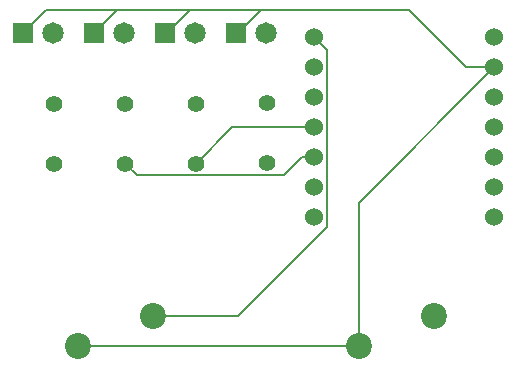
<source format=gbr>
%TF.GenerationSoftware,KiCad,Pcbnew,9.0.2*%
%TF.CreationDate,2025-07-04T12:16:03+03:00*%
%TF.ProjectId,pathfinder,70617468-6669-46e6-9465-722e6b696361,rev?*%
%TF.SameCoordinates,Original*%
%TF.FileFunction,Copper,L2,Bot*%
%TF.FilePolarity,Positive*%
%FSLAX46Y46*%
G04 Gerber Fmt 4.6, Leading zero omitted, Abs format (unit mm)*
G04 Created by KiCad (PCBNEW 9.0.2) date 2025-07-04 12:16:03*
%MOMM*%
%LPD*%
G01*
G04 APERTURE LIST*
%TA.AperFunction,ComponentPad*%
%ADD10C,2.200000*%
%TD*%
%TA.AperFunction,ComponentPad*%
%ADD11C,1.815000*%
%TD*%
%TA.AperFunction,ComponentPad*%
%ADD12R,1.815000X1.815000*%
%TD*%
%TA.AperFunction,ComponentPad*%
%ADD13C,1.400000*%
%TD*%
%TA.AperFunction,ComponentPad*%
%ADD14C,1.524000*%
%TD*%
%TA.AperFunction,Conductor*%
%ADD15C,0.200000*%
%TD*%
G04 APERTURE END LIST*
D10*
%TO.P,SW1,1,1*%
%TO.N,btn1*%
X148950000Y-107260000D03*
%TO.P,SW1,2,2*%
%TO.N,GND*%
X142600000Y-109800000D03*
%TD*%
D11*
%TO.P,D2,A*%
%TO.N,Net-(D2-PadA)*%
X152490000Y-83260000D03*
D12*
%TO.P,D2,C*%
%TO.N,GND*%
X149950000Y-83260000D03*
%TD*%
D11*
%TO.P,D3,A*%
%TO.N,Net-(D3-PadA)*%
X146490000Y-83260000D03*
D12*
%TO.P,D3,C*%
%TO.N,GND*%
X143950000Y-83260000D03*
%TD*%
D10*
%TO.P,SW2,1,1*%
%TO.N,btn2*%
X172720000Y-107220000D03*
%TO.P,SW2,2,2*%
%TO.N,GND*%
X166370000Y-109760000D03*
%TD*%
D11*
%TO.P,D4,A*%
%TO.N,Net-(D4-PadA)*%
X140490000Y-83260000D03*
D12*
%TO.P,D4,C*%
%TO.N,GND*%
X137950000Y-83260000D03*
%TD*%
D13*
%TO.P,R3,1*%
%TO.N,Net-(D3-PadA)*%
X146600000Y-89260000D03*
%TO.P,R3,2*%
%TO.N,led3*%
X146600000Y-94340000D03*
%TD*%
D11*
%TO.P,D1,A*%
%TO.N,Net-(D1-PadA)*%
X158490000Y-83260000D03*
D12*
%TO.P,D1,C*%
%TO.N,GND*%
X155950000Y-83260000D03*
%TD*%
D13*
%TO.P,R2,1*%
%TO.N,Net-(D2-PadA)*%
X152600000Y-89260000D03*
%TO.P,R2,2*%
%TO.N,led2*%
X152600000Y-94340000D03*
%TD*%
D14*
%TO.P,U1,1,GPIO26/ADC0/A0*%
%TO.N,btn1*%
X162600000Y-83640000D03*
%TO.P,U1,2,GPIO27/ADC1/A1*%
%TO.N,btn2*%
X162600000Y-86180000D03*
%TO.P,U1,3,GPIO28/ADC2/A2*%
%TO.N,led1*%
X162600000Y-88720000D03*
%TO.P,U1,4,GPIO29/ADC3/A3*%
%TO.N,led2*%
X162600000Y-91260000D03*
%TO.P,U1,5,GPIO6/SDA*%
%TO.N,led3*%
X162600000Y-93800000D03*
%TO.P,U1,6,GPIO7/SCL*%
%TO.N,led4*%
X162600000Y-96340000D03*
%TO.P,U1,7,GPIO0/TX*%
%TO.N,unconnected-(U1-GPIO0{slash}TX-Pad7)*%
X162600000Y-98880000D03*
%TO.P,U1,8,GPIO1/RX*%
%TO.N,unconnected-(U1-GPIO1{slash}RX-Pad8)*%
X177840000Y-98880000D03*
%TO.P,U1,9,GPIO2/SCK*%
%TO.N,unconnected-(U1-GPIO2{slash}SCK-Pad9)*%
X177840000Y-96340000D03*
%TO.P,U1,10,GPIO4/MISO*%
%TO.N,unconnected-(U1-GPIO4{slash}MISO-Pad10)*%
X177840000Y-93800000D03*
%TO.P,U1,11,GPIO3/MOSI*%
%TO.N,unconnected-(U1-GPIO3{slash}MOSI-Pad11)*%
X177840000Y-91260000D03*
%TO.P,U1,12,3V3*%
%TO.N,unconnected-(U1-3V3-Pad12)*%
X177840000Y-88720000D03*
%TO.P,U1,13,GND*%
%TO.N,GND*%
X177840000Y-86180000D03*
%TO.P,U1,14,VBUS*%
%TO.N,unconnected-(U1-VBUS-Pad14)*%
X177840000Y-83640000D03*
%TD*%
D13*
%TO.P,R4,1*%
%TO.N,Net-(D4-PadA)*%
X140600000Y-89260000D03*
%TO.P,R4,2*%
%TO.N,led4*%
X140600000Y-94340000D03*
%TD*%
%TO.P,R1,1*%
%TO.N,Net-(D1-PadA)*%
X158600000Y-89220000D03*
%TO.P,R1,2*%
%TO.N,led1*%
X158600000Y-94300000D03*
%TD*%
D15*
%TO.N,GND*%
X166330000Y-109800000D02*
X166370000Y-109760000D01*
X155950000Y-83260000D02*
X156140000Y-83260000D01*
X145910000Y-81300000D02*
X146100000Y-81300000D01*
X152100000Y-81300000D02*
X158100000Y-81300000D01*
X166370000Y-97650000D02*
X177840000Y-86180000D01*
X149950000Y-83260000D02*
X150140000Y-83260000D01*
X139910000Y-81300000D02*
X146100000Y-81300000D01*
X158100000Y-81300000D02*
X170600000Y-81300000D01*
X175480000Y-86180000D02*
X177840000Y-86180000D01*
X142600000Y-109800000D02*
X166330000Y-109800000D01*
X170600000Y-81300000D02*
X175480000Y-86180000D01*
X156140000Y-83260000D02*
X158100000Y-81300000D01*
X146100000Y-81300000D02*
X152100000Y-81300000D01*
X150140000Y-83260000D02*
X152100000Y-81300000D01*
X137950000Y-83260000D02*
X139910000Y-81300000D01*
X166370000Y-109760000D02*
X166370000Y-97650000D01*
X143950000Y-83260000D02*
X145910000Y-81300000D01*
%TO.N,led2*%
X152600000Y-94340000D02*
X155680000Y-91260000D01*
X155680000Y-91260000D02*
X162600000Y-91260000D01*
%TO.N,led3*%
X146600000Y-94340000D02*
X147601000Y-95341000D01*
X161600000Y-93800000D02*
X162600000Y-93800000D01*
X160059000Y-95341000D02*
X161600000Y-93800000D01*
X147601000Y-95341000D02*
X160059000Y-95341000D01*
%TO.N,btn1*%
X163663000Y-99737000D02*
X163663000Y-84703000D01*
X148950000Y-107260000D02*
X156140000Y-107260000D01*
X163663000Y-84703000D02*
X162600000Y-83640000D01*
X156140000Y-107260000D02*
X163663000Y-99737000D01*
%TD*%
M02*

</source>
